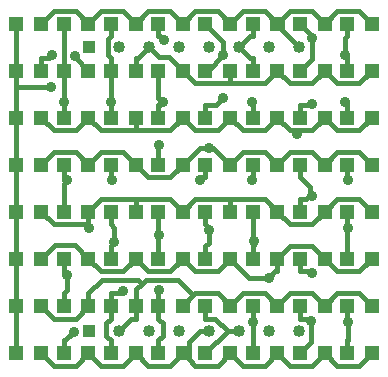
<source format=gtl>
G04 (created by PCBNEW-RS274X (2011-aug-04)-testing) date Tue 12 Feb 2013 10:47:46 AM PST*
G01*
G70*
G90*
%MOIN*%
G04 Gerber Fmt 3.4, Leading zero omitted, Abs format*
%FSLAX34Y34*%
G04 APERTURE LIST*
%ADD10C,0.006000*%
%ADD11C,0.040000*%
%ADD12R,0.040000X0.040000*%
%ADD13R,0.047200X0.047200*%
%ADD14C,0.035000*%
%ADD15C,0.016000*%
G04 APERTURE END LIST*
G54D10*
G54D11*
X25799Y-21575D03*
X24799Y-21575D03*
X23799Y-21575D03*
G54D12*
X22799Y-21575D03*
G54D11*
X26799Y-21575D03*
X27799Y-21575D03*
X28799Y-21575D03*
X29799Y-21575D03*
X25799Y-31024D03*
X24799Y-31024D03*
X23799Y-31024D03*
G54D12*
X22799Y-31024D03*
G54D11*
X26799Y-31024D03*
X27799Y-31024D03*
X28799Y-31024D03*
X29799Y-31024D03*
G54D13*
X31398Y-28631D03*
X32224Y-28631D03*
X29823Y-28631D03*
X30649Y-28631D03*
X28248Y-28631D03*
X29074Y-28631D03*
X26674Y-28631D03*
X27500Y-28631D03*
X25099Y-28631D03*
X25925Y-28631D03*
X23524Y-28631D03*
X24350Y-28631D03*
X21949Y-28631D03*
X22775Y-28631D03*
X20374Y-28631D03*
X21200Y-28631D03*
X31398Y-27062D03*
X32224Y-27062D03*
X29823Y-27062D03*
X30649Y-27062D03*
X28248Y-27062D03*
X29074Y-27062D03*
X26674Y-27062D03*
X27500Y-27062D03*
X25099Y-27062D03*
X25925Y-27062D03*
X23524Y-27062D03*
X24350Y-27062D03*
X21949Y-27062D03*
X22775Y-27062D03*
X20374Y-30199D03*
X21200Y-30199D03*
X21949Y-30199D03*
X22775Y-30199D03*
X23524Y-30199D03*
X24350Y-30199D03*
X25099Y-30199D03*
X25925Y-30199D03*
X26674Y-30199D03*
X27500Y-30199D03*
X28248Y-30199D03*
X29074Y-30199D03*
X29823Y-30199D03*
X30649Y-30199D03*
X31398Y-30199D03*
X32224Y-30199D03*
X20374Y-31768D03*
X21200Y-31768D03*
X21949Y-31768D03*
X22775Y-31768D03*
X23524Y-31768D03*
X24350Y-31768D03*
X25099Y-31768D03*
X25925Y-31768D03*
X26674Y-31768D03*
X27500Y-31768D03*
X28248Y-31768D03*
X29074Y-31768D03*
X29823Y-31768D03*
X30649Y-31768D03*
X31398Y-31768D03*
X32224Y-31768D03*
X20374Y-20787D03*
X21200Y-20787D03*
X21949Y-20787D03*
X22775Y-20787D03*
X23524Y-20787D03*
X24350Y-20787D03*
X25099Y-20787D03*
X25925Y-20787D03*
X26674Y-20787D03*
X27500Y-20787D03*
X28248Y-20787D03*
X29074Y-20787D03*
X29823Y-20787D03*
X30649Y-20787D03*
X31398Y-20787D03*
X32224Y-20787D03*
X20374Y-22356D03*
X21200Y-22356D03*
X21949Y-22356D03*
X22775Y-22356D03*
X23524Y-22356D03*
X24350Y-22356D03*
X25099Y-22356D03*
X25925Y-22356D03*
X26674Y-22356D03*
X27500Y-22356D03*
X28248Y-22356D03*
X29074Y-22356D03*
X29823Y-22356D03*
X30649Y-22356D03*
X31398Y-22356D03*
X32224Y-22356D03*
X20374Y-27062D03*
X21200Y-27062D03*
X31398Y-25493D03*
X32224Y-25493D03*
X29823Y-25493D03*
X30649Y-25493D03*
X28248Y-25493D03*
X29074Y-25493D03*
X26674Y-25493D03*
X27500Y-25493D03*
X25099Y-25493D03*
X25925Y-25493D03*
X23524Y-25493D03*
X24350Y-25493D03*
X21949Y-25493D03*
X22775Y-25493D03*
X20374Y-25493D03*
X21200Y-25493D03*
X31398Y-23925D03*
X32224Y-23925D03*
X29823Y-23925D03*
X30649Y-23925D03*
X28248Y-23925D03*
X29074Y-23925D03*
X26674Y-23925D03*
X27500Y-23925D03*
X25099Y-23925D03*
X25925Y-23925D03*
X23524Y-23925D03*
X24350Y-23925D03*
X21949Y-23925D03*
X22775Y-23925D03*
X20374Y-23925D03*
X21200Y-23925D03*
G54D14*
X22799Y-27599D03*
X25254Y-23411D03*
X25138Y-27846D03*
X25299Y-21327D03*
X25138Y-29678D03*
X25138Y-24840D03*
X28308Y-28028D03*
X28238Y-23402D03*
X28238Y-26014D03*
X28256Y-30719D03*
X26799Y-24935D03*
X21518Y-22910D03*
X22314Y-21855D03*
X21573Y-21834D03*
X30222Y-21266D03*
X30222Y-26521D03*
X30222Y-29107D03*
X30191Y-30714D03*
X30222Y-23452D03*
X31437Y-27595D03*
X31329Y-21838D03*
X31329Y-23410D03*
X31437Y-26014D03*
X31418Y-30720D03*
X22062Y-26014D03*
X21949Y-23396D03*
X22292Y-31064D03*
X22062Y-29157D03*
X23645Y-28055D03*
X23524Y-23403D03*
X23563Y-26014D03*
X23919Y-29694D03*
X26782Y-27668D03*
X26508Y-26014D03*
X27275Y-21840D03*
X27275Y-23272D03*
X28799Y-29252D03*
X29726Y-24463D03*
G54D15*
X24350Y-26638D02*
X24350Y-27062D01*
X23199Y-26638D02*
X24350Y-26638D01*
X22775Y-27062D02*
X23199Y-26638D01*
X22775Y-27062D02*
X22775Y-27481D01*
X21619Y-27481D02*
X22775Y-27481D01*
X21200Y-27062D02*
X21619Y-27481D01*
X22775Y-27575D02*
X22799Y-27599D01*
X22775Y-27481D02*
X22775Y-27575D01*
X25501Y-26638D02*
X25925Y-27062D01*
X24350Y-26638D02*
X25501Y-26638D01*
X27500Y-26642D02*
X27500Y-27062D01*
X26345Y-26642D02*
X25925Y-27062D01*
X27500Y-26642D02*
X26345Y-26642D01*
X28654Y-26642D02*
X29074Y-27062D01*
X27500Y-26642D02*
X28654Y-26642D01*
X30229Y-27482D02*
X30649Y-27062D01*
X29494Y-27482D02*
X30229Y-27482D01*
X29074Y-27062D02*
X29494Y-27482D01*
X31804Y-26642D02*
X32224Y-27062D01*
X31069Y-26642D02*
X31804Y-26642D01*
X30649Y-27062D02*
X31069Y-26642D01*
X25099Y-31768D02*
X25099Y-31349D01*
X25254Y-30773D02*
X25099Y-30618D01*
X25254Y-31194D02*
X25254Y-30773D01*
X25099Y-31349D02*
X25254Y-31194D01*
X25099Y-23925D02*
X25099Y-23506D01*
X25159Y-23506D02*
X25254Y-23411D01*
X25099Y-23506D02*
X25159Y-23506D01*
X25099Y-23256D02*
X25254Y-23411D01*
X25099Y-22356D02*
X25099Y-23256D01*
X25099Y-27885D02*
X25099Y-28631D01*
X25138Y-27846D02*
X25099Y-27885D01*
X25099Y-27807D02*
X25099Y-27062D01*
X25138Y-27846D02*
X25099Y-27807D01*
X25099Y-30408D02*
X25099Y-30618D01*
X25099Y-30408D02*
X25099Y-30199D01*
X25178Y-21206D02*
X25099Y-21206D01*
X25299Y-21327D02*
X25178Y-21206D01*
X25099Y-20787D02*
X25099Y-21206D01*
X25099Y-30199D02*
X25099Y-29780D01*
X25138Y-29741D02*
X25138Y-29678D01*
X25099Y-29780D02*
X25138Y-29741D01*
X25099Y-24879D02*
X25099Y-25493D01*
X25138Y-24840D02*
X25099Y-24879D01*
X28248Y-28631D02*
X28248Y-28212D01*
X28248Y-23412D02*
X28238Y-23402D01*
X28248Y-23925D02*
X28248Y-23412D01*
X28248Y-20787D02*
X28248Y-21206D01*
X28248Y-26004D02*
X28238Y-26014D01*
X28248Y-25493D02*
X28248Y-26004D01*
X28308Y-28152D02*
X28248Y-28212D01*
X28308Y-28028D02*
X28308Y-28152D01*
X28248Y-27968D02*
X28248Y-27062D01*
X28308Y-28028D02*
X28248Y-27968D01*
X28168Y-21206D02*
X28248Y-21206D01*
X27799Y-21575D02*
X28168Y-21206D01*
X28161Y-21937D02*
X28248Y-21937D01*
X27799Y-21575D02*
X28161Y-21937D01*
X28248Y-22356D02*
X28248Y-21937D01*
X28248Y-30199D02*
X28248Y-30618D01*
X28256Y-30626D02*
X28256Y-30719D01*
X28248Y-30618D02*
X28256Y-30626D01*
X28256Y-31341D02*
X28256Y-30719D01*
X28248Y-31349D02*
X28256Y-31341D01*
X28248Y-31768D02*
X28248Y-31349D01*
X22355Y-25073D02*
X22775Y-25493D01*
X21620Y-25073D02*
X22355Y-25073D01*
X21200Y-25493D02*
X21620Y-25073D01*
X29494Y-25073D02*
X29074Y-25493D01*
X30229Y-25073D02*
X29494Y-25073D01*
X30649Y-25493D02*
X30229Y-25073D01*
X31069Y-25073D02*
X30649Y-25493D01*
X31804Y-25073D02*
X31069Y-25073D01*
X32224Y-25493D02*
X31804Y-25073D01*
X23930Y-25073D02*
X24350Y-25493D01*
X23195Y-25073D02*
X23930Y-25073D01*
X22775Y-25493D02*
X23195Y-25073D01*
X25505Y-25913D02*
X25925Y-25493D01*
X24770Y-25913D02*
X25505Y-25913D01*
X24350Y-25493D02*
X24770Y-25913D01*
X27920Y-25073D02*
X27500Y-25493D01*
X28654Y-25073D02*
X27920Y-25073D01*
X29074Y-25493D02*
X28654Y-25073D01*
X26942Y-24935D02*
X26799Y-24935D01*
X27500Y-25493D02*
X26942Y-24935D01*
X26799Y-24936D02*
X26799Y-24935D01*
X26482Y-24936D02*
X26799Y-24936D01*
X25925Y-25493D02*
X26482Y-24936D01*
X20374Y-22356D02*
X20374Y-20787D01*
X20374Y-25493D02*
X20374Y-27062D01*
X20374Y-27062D02*
X20374Y-28631D01*
X20374Y-31768D02*
X20374Y-30199D01*
X20374Y-30199D02*
X20374Y-28631D01*
X20374Y-25493D02*
X20374Y-23925D01*
X20374Y-22910D02*
X21518Y-22910D01*
X20374Y-23925D02*
X20374Y-22910D01*
X20374Y-22910D02*
X20374Y-22356D01*
X22314Y-21895D02*
X22775Y-22356D01*
X22314Y-21855D02*
X22314Y-21895D01*
X21470Y-21937D02*
X21573Y-21834D01*
X21200Y-21937D02*
X21470Y-21937D01*
X21200Y-22356D02*
X21200Y-21937D01*
X31069Y-22776D02*
X30649Y-22356D01*
X31804Y-22776D02*
X31069Y-22776D01*
X32224Y-22356D02*
X31804Y-22776D01*
X30230Y-22775D02*
X30649Y-22356D01*
X29493Y-22775D02*
X30230Y-22775D01*
X29074Y-22356D02*
X29493Y-22775D01*
X27500Y-22775D02*
X27500Y-22356D01*
X28655Y-22775D02*
X27500Y-22775D01*
X29074Y-22356D02*
X28655Y-22775D01*
X25129Y-21905D02*
X24799Y-21575D01*
X25474Y-21905D02*
X25129Y-21905D01*
X25925Y-22356D02*
X25474Y-21905D01*
X26344Y-22775D02*
X25925Y-22356D01*
X27500Y-22775D02*
X26344Y-22775D01*
X24437Y-21937D02*
X24799Y-21575D01*
X24350Y-21937D02*
X24437Y-21937D01*
X24350Y-22356D02*
X24350Y-21937D01*
X29823Y-30199D02*
X29823Y-30618D01*
X29823Y-27062D02*
X29823Y-26643D01*
X30165Y-29050D02*
X30222Y-29107D01*
X29823Y-29050D02*
X30165Y-29050D01*
X29823Y-28631D02*
X29823Y-29050D01*
X30191Y-31400D02*
X30191Y-30714D01*
X29823Y-31768D02*
X30191Y-31400D01*
X30095Y-30618D02*
X29823Y-30618D01*
X30191Y-30714D02*
X30095Y-30618D01*
X29823Y-25493D02*
X29823Y-25912D01*
X30161Y-26521D02*
X30222Y-26521D01*
X30039Y-26643D02*
X30161Y-26521D01*
X29823Y-26643D02*
X30039Y-26643D01*
X30161Y-26250D02*
X29823Y-25912D01*
X30161Y-26521D02*
X30161Y-26250D01*
X29823Y-23925D02*
X29823Y-23506D01*
X30168Y-23506D02*
X30222Y-23452D01*
X29823Y-23506D02*
X30168Y-23506D01*
X30222Y-21186D02*
X30222Y-21266D01*
X29823Y-20787D02*
X30222Y-21186D01*
X30222Y-21957D02*
X29823Y-22356D01*
X30222Y-21266D02*
X30222Y-21957D01*
X31398Y-27062D02*
X31398Y-27481D01*
X31398Y-27634D02*
X31398Y-28631D01*
X31437Y-27595D02*
X31398Y-27634D01*
X31398Y-27556D02*
X31437Y-27595D01*
X31398Y-27481D02*
X31398Y-27556D01*
X31398Y-21907D02*
X31329Y-21838D01*
X31398Y-22356D02*
X31398Y-21907D01*
X31329Y-21275D02*
X31329Y-21838D01*
X31398Y-21206D02*
X31329Y-21275D01*
X31398Y-20787D02*
X31398Y-21206D01*
X31398Y-23479D02*
X31329Y-23410D01*
X31398Y-23925D02*
X31398Y-23479D01*
X31398Y-25493D02*
X31398Y-25912D01*
X31398Y-25975D02*
X31437Y-26014D01*
X31398Y-25912D02*
X31398Y-25975D01*
X31398Y-30700D02*
X31418Y-30720D01*
X31398Y-30199D02*
X31398Y-30700D01*
X31418Y-31329D02*
X31418Y-30720D01*
X31398Y-31349D02*
X31418Y-31329D01*
X31398Y-31768D02*
X31398Y-31349D01*
X24205Y-30618D02*
X23799Y-31024D01*
X24350Y-30618D02*
X24205Y-30618D01*
X24350Y-30199D02*
X24350Y-30618D01*
X31069Y-29779D02*
X30649Y-30199D01*
X31804Y-29779D02*
X31069Y-29779D01*
X32224Y-30199D02*
X31804Y-29779D01*
X26345Y-29779D02*
X26279Y-29845D01*
X27080Y-29779D02*
X26345Y-29779D01*
X27500Y-30199D02*
X27080Y-29779D01*
X26279Y-29845D02*
X25925Y-30199D01*
X24350Y-29651D02*
X24549Y-29452D01*
X24350Y-30199D02*
X24350Y-29651D01*
X25753Y-29319D02*
X26279Y-29845D01*
X24682Y-29319D02*
X25753Y-29319D01*
X24549Y-29452D02*
X24682Y-29319D01*
X22355Y-30619D02*
X22775Y-30199D01*
X21620Y-30619D02*
X22355Y-30619D01*
X21200Y-30199D02*
X21620Y-30619D01*
X24416Y-29319D02*
X24549Y-29452D01*
X23236Y-29319D02*
X24416Y-29319D01*
X22775Y-29780D02*
X23236Y-29319D01*
X22775Y-30199D02*
X22775Y-29780D01*
X29494Y-29779D02*
X29074Y-30199D01*
X30229Y-29779D02*
X29494Y-29779D01*
X30649Y-30199D02*
X30229Y-29779D01*
X27920Y-29779D02*
X27500Y-30199D01*
X28654Y-29779D02*
X27920Y-29779D01*
X29074Y-30199D02*
X28654Y-29779D01*
X21949Y-20787D02*
X21949Y-21206D01*
X21949Y-21937D02*
X21949Y-21206D01*
X21949Y-22356D02*
X21949Y-21937D01*
X21949Y-25493D02*
X21949Y-25912D01*
X21960Y-25912D02*
X22062Y-26014D01*
X21949Y-25912D02*
X21960Y-25912D01*
X21949Y-26127D02*
X21949Y-27062D01*
X22062Y-26014D02*
X21949Y-26127D01*
X22007Y-31349D02*
X22292Y-31064D01*
X21949Y-31349D02*
X22007Y-31349D01*
X21949Y-31768D02*
X21949Y-31349D01*
X21955Y-29050D02*
X22062Y-29157D01*
X21949Y-29050D02*
X21955Y-29050D01*
X21949Y-28631D02*
X21949Y-29050D01*
X22062Y-29667D02*
X22062Y-29157D01*
X21949Y-29780D02*
X22062Y-29667D01*
X21949Y-30199D02*
X21949Y-29780D01*
X21949Y-23925D02*
X21949Y-23396D01*
X21949Y-23396D02*
X21949Y-22356D01*
X23375Y-30767D02*
X23524Y-30618D01*
X23375Y-31200D02*
X23375Y-30767D01*
X23524Y-31349D02*
X23375Y-31200D01*
X23524Y-31768D02*
X23524Y-31349D01*
X23524Y-30199D02*
X23524Y-30618D01*
X23524Y-28631D02*
X23524Y-28212D01*
X23524Y-25975D02*
X23563Y-26014D01*
X23524Y-25493D02*
X23524Y-25975D01*
X23524Y-20787D02*
X23524Y-21206D01*
X23415Y-21315D02*
X23524Y-21206D01*
X23415Y-21828D02*
X23415Y-21315D01*
X23524Y-21937D02*
X23415Y-21828D01*
X23524Y-22356D02*
X23524Y-21937D01*
X23645Y-28091D02*
X23645Y-28055D01*
X23524Y-28212D02*
X23645Y-28091D01*
X23645Y-27602D02*
X23524Y-27481D01*
X23645Y-28055D02*
X23645Y-27602D01*
X23524Y-27062D02*
X23524Y-27481D01*
X23524Y-30199D02*
X23524Y-29780D01*
X23833Y-29780D02*
X23524Y-29780D01*
X23919Y-29694D02*
X23833Y-29780D01*
X23524Y-23925D02*
X23524Y-23403D01*
X23524Y-23403D02*
X23524Y-22356D01*
X31069Y-32188D02*
X30649Y-31768D01*
X31804Y-32188D02*
X31069Y-32188D01*
X32224Y-31768D02*
X31804Y-32188D01*
X26135Y-31768D02*
X25925Y-31768D01*
X26135Y-31978D02*
X26135Y-31768D01*
X26345Y-32188D02*
X26135Y-31978D01*
X27080Y-32188D02*
X26345Y-32188D01*
X27500Y-31768D02*
X27080Y-32188D01*
X26506Y-31024D02*
X26799Y-31024D01*
X26135Y-31395D02*
X26506Y-31024D01*
X26135Y-31768D02*
X26135Y-31395D01*
X25505Y-32188D02*
X25925Y-31768D01*
X24770Y-32188D02*
X25505Y-32188D01*
X24350Y-31768D02*
X24770Y-32188D01*
X27920Y-32188D02*
X27500Y-31768D01*
X28654Y-32188D02*
X27920Y-32188D01*
X29074Y-31768D02*
X28654Y-32188D01*
X29494Y-32188D02*
X29074Y-31768D01*
X30229Y-32188D02*
X29494Y-32188D01*
X30649Y-31768D02*
X30229Y-32188D01*
X21620Y-32188D02*
X21200Y-31768D01*
X22355Y-32188D02*
X21620Y-32188D01*
X22775Y-31768D02*
X22355Y-32188D01*
X23195Y-32188D02*
X22775Y-31768D01*
X23930Y-32188D02*
X23195Y-32188D01*
X24350Y-31768D02*
X23930Y-32188D01*
X26674Y-27062D02*
X26674Y-27481D01*
X26674Y-28631D02*
X26674Y-28212D01*
X26782Y-28104D02*
X26674Y-28212D01*
X26782Y-27668D02*
X26782Y-28104D01*
X26782Y-27589D02*
X26674Y-27481D01*
X26782Y-27668D02*
X26782Y-27589D01*
X26610Y-25912D02*
X26508Y-26014D01*
X26674Y-25912D02*
X26610Y-25912D01*
X26674Y-25493D02*
X26674Y-25912D01*
X27012Y-30618D02*
X26674Y-30618D01*
X27418Y-31024D02*
X27012Y-30618D01*
X26674Y-31768D02*
X27418Y-31024D01*
X27418Y-31024D02*
X27799Y-31024D01*
X26674Y-30199D02*
X26674Y-30618D01*
X27041Y-23506D02*
X27275Y-23272D01*
X26674Y-23506D02*
X27041Y-23506D01*
X26674Y-23925D02*
X26674Y-23506D01*
X26759Y-22356D02*
X27275Y-21840D01*
X26674Y-22356D02*
X26759Y-22356D01*
X27275Y-21388D02*
X26674Y-20787D01*
X27275Y-21840D02*
X27275Y-21388D01*
X31069Y-29051D02*
X30649Y-28631D01*
X31804Y-29051D02*
X31069Y-29051D01*
X32224Y-28631D02*
X31804Y-29051D01*
X29074Y-28774D02*
X29074Y-29050D01*
X29001Y-29050D02*
X29074Y-29050D01*
X28799Y-29252D02*
X29001Y-29050D01*
X28121Y-29252D02*
X28799Y-29252D01*
X27500Y-28631D02*
X28121Y-29252D01*
X29074Y-28774D02*
X29074Y-28631D01*
X30229Y-28211D02*
X30649Y-28631D01*
X29494Y-28211D02*
X30229Y-28211D01*
X29074Y-28631D02*
X29494Y-28211D01*
X22314Y-28170D02*
X22775Y-28631D01*
X21661Y-28170D02*
X22314Y-28170D01*
X21200Y-28631D02*
X21661Y-28170D01*
X23195Y-29051D02*
X22775Y-28631D01*
X23930Y-29051D02*
X23195Y-29051D01*
X24350Y-28631D02*
X23930Y-29051D01*
X25505Y-29051D02*
X25925Y-28631D01*
X24770Y-29051D02*
X25505Y-29051D01*
X24350Y-28631D02*
X24770Y-29051D01*
X27080Y-29051D02*
X27500Y-28631D01*
X26345Y-29051D02*
X27080Y-29051D01*
X25925Y-28631D02*
X26345Y-29051D01*
X22355Y-24345D02*
X22775Y-23925D01*
X21620Y-24345D02*
X22355Y-24345D01*
X21200Y-23925D02*
X21620Y-24345D01*
X31804Y-24345D02*
X32224Y-23925D01*
X31069Y-24345D02*
X31804Y-24345D01*
X30649Y-23925D02*
X31069Y-24345D01*
X28654Y-24345D02*
X29074Y-23925D01*
X27920Y-24345D02*
X28654Y-24345D01*
X27500Y-23925D02*
X27920Y-24345D01*
X24350Y-23925D02*
X24350Y-24278D01*
X29494Y-24345D02*
X29726Y-24345D01*
X29074Y-23925D02*
X29494Y-24345D01*
X30229Y-24345D02*
X30649Y-23925D01*
X29726Y-24345D02*
X30229Y-24345D01*
X29726Y-24345D02*
X29726Y-24463D01*
X23194Y-24344D02*
X22775Y-23925D01*
X24350Y-24344D02*
X23194Y-24344D01*
X24350Y-24278D02*
X24350Y-24344D01*
X25506Y-24344D02*
X25925Y-23925D01*
X24350Y-24344D02*
X25506Y-24344D01*
X27080Y-24345D02*
X27500Y-23925D01*
X26345Y-24345D02*
X27080Y-24345D01*
X25925Y-23925D02*
X26345Y-24345D01*
X28654Y-20367D02*
X29074Y-20787D01*
X27920Y-20367D02*
X28654Y-20367D01*
X27500Y-20787D02*
X27920Y-20367D01*
X23195Y-20367D02*
X22775Y-20787D01*
X23930Y-20367D02*
X23195Y-20367D01*
X24350Y-20787D02*
X23930Y-20367D01*
X21620Y-20367D02*
X21200Y-20787D01*
X22355Y-20367D02*
X21620Y-20367D01*
X22775Y-20787D02*
X22355Y-20367D01*
X26345Y-20367D02*
X25925Y-20787D01*
X27080Y-20367D02*
X26345Y-20367D01*
X27500Y-20787D02*
X27080Y-20367D01*
X24770Y-20367D02*
X24350Y-20787D01*
X25505Y-20367D02*
X24770Y-20367D01*
X25925Y-20787D02*
X25505Y-20367D01*
X31069Y-20367D02*
X30649Y-20787D01*
X31804Y-20367D02*
X31069Y-20367D01*
X32224Y-20787D02*
X31804Y-20367D01*
X29215Y-20787D02*
X29074Y-20787D01*
X29215Y-20646D02*
X29215Y-20787D01*
X29494Y-20367D02*
X29215Y-20646D01*
X30229Y-20367D02*
X29494Y-20367D01*
X30649Y-20787D02*
X30229Y-20367D01*
X29215Y-20991D02*
X29799Y-21575D01*
X29215Y-20787D02*
X29215Y-20991D01*
M02*

</source>
